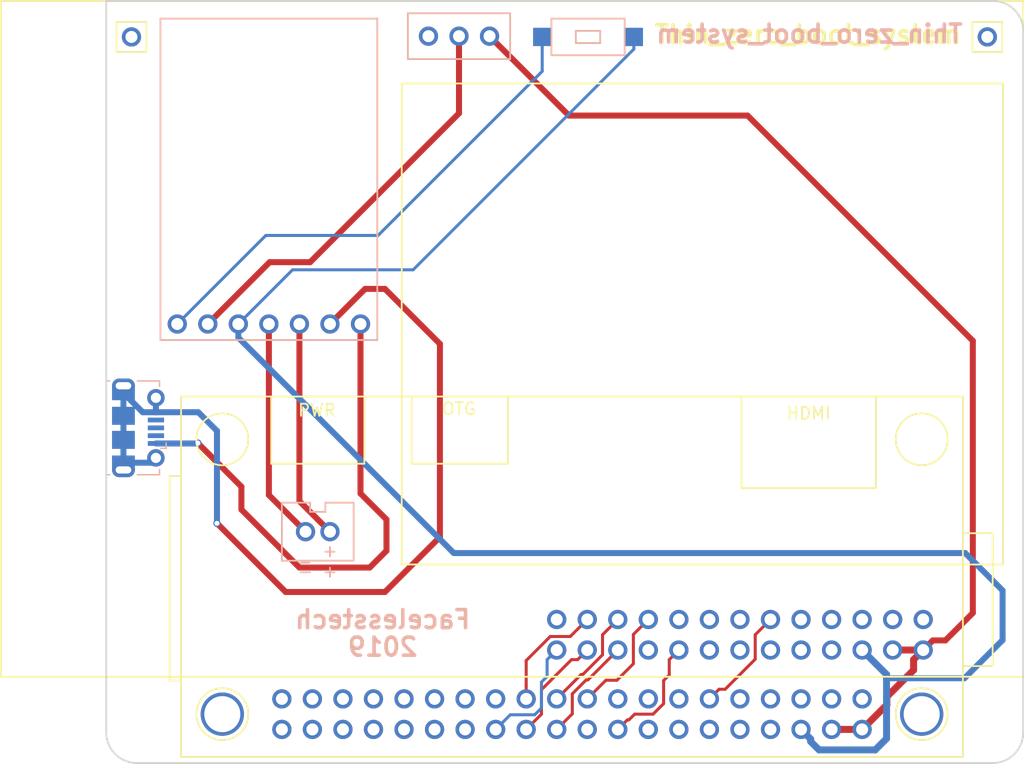
<source format=kicad_pcb>
(kicad_pcb (version 20171130) (host pcbnew 5.0.2+dfsg1-1~bpo9+1)

  (general
    (thickness 1.6)
    (drawings 11)
    (tracks 121)
    (zones 0)
    (modules 10)
    (nets 67)
  )

  (page A4)
  (layers
    (0 F.Cu signal)
    (31 B.Cu signal)
    (32 B.Adhes user)
    (33 F.Adhes user)
    (34 B.Paste user)
    (35 F.Paste user)
    (36 B.SilkS user)
    (37 F.SilkS user)
    (38 B.Mask user)
    (39 F.Mask user)
    (40 Dwgs.User user)
    (41 Cmts.User user)
    (42 Eco1.User user)
    (43 Eco2.User user)
    (44 Edge.Cuts user)
    (45 Margin user)
    (46 B.CrtYd user)
    (47 F.CrtYd user)
    (48 B.Fab user)
    (49 F.Fab user)
  )

  (setup
    (last_trace_width 0.25)
    (user_trace_width 0.5)
    (trace_clearance 0.2)
    (zone_clearance 0.508)
    (zone_45_only no)
    (trace_min 0.2)
    (segment_width 0.2)
    (edge_width 0.15)
    (via_size 0.6)
    (via_drill 0.4)
    (via_min_size 0.4)
    (via_min_drill 0.3)
    (uvia_size 0.3)
    (uvia_drill 0.1)
    (uvias_allowed no)
    (uvia_min_size 0.2)
    (uvia_min_drill 0.1)
    (pcb_text_width 0.3)
    (pcb_text_size 1.5 1.5)
    (mod_edge_width 0.15)
    (mod_text_size 1 1)
    (mod_text_width 0.15)
    (pad_size 1.524 1.524)
    (pad_drill 0.762)
    (pad_to_mask_clearance 0.2)
    (solder_mask_min_width 0.25)
    (aux_axis_origin 0 0)
    (visible_elements FFFFFF7F)
    (pcbplotparams
      (layerselection 0x010f0_ffffffff)
      (usegerberextensions false)
      (usegerberattributes false)
      (usegerberadvancedattributes false)
      (creategerberjobfile false)
      (excludeedgelayer true)
      (linewidth 0.100000)
      (plotframeref false)
      (viasonmask false)
      (mode 1)
      (useauxorigin false)
      (hpglpennumber 1)
      (hpglpenspeed 20)
      (hpglpendiameter 15.000000)
      (psnegative false)
      (psa4output false)
      (plotreference true)
      (plotvalue true)
      (plotinvisibletext false)
      (padsonsilk false)
      (subtractmaskfromsilk false)
      (outputformat 1)
      (mirror false)
      (drillshape 0)
      (scaleselection 1)
      (outputdirectory "gerbers/"))
  )

  (net 0 "")
  (net 1 "Net-(U1-Pad19)")
  (net 2 "Net-(U2-Pad20)")
  (net 3 "Net-(U2-Pad17)")
  (net 4 "Net-(U2-Pad15)")
  (net 5 "Net-(U2-Pad13)")
  (net 6 "Net-(U1-Pad11)")
  (net 7 "Net-(U2-Pad9)")
  (net 8 "Net-(U2-Pad7)")
  (net 9 "Net-(U2-Pad5)")
  (net 10 "Net-(U2-Pad3)")
  (net 11 "Net-(U2-Pad1)")
  (net 12 "Net-(U1-Pad18)")
  (net 13 "Net-(U2-Pad16)")
  (net 14 "Net-(U2-Pad14)")
  (net 15 "Net-(U2-Pad12)")
  (net 16 "Net-(U2-Pad10)")
  (net 17 "Net-(U2-Pad8)")
  (net 18 "Net-(U1-Pad21)")
  (net 19 "Net-(U1-Pad22)")
  (net 20 "Net-(U1-Pad23)")
  (net 21 "Net-(U1-Pad24)")
  (net 22 "Net-(U2-Pad25)")
  (net 23 "Net-(U1-Pad26)")
  (net 24 "Net-(U2-Pad27)")
  (net 25 "Net-(U2-Pad28)")
  (net 26 "Net-(U2-Pad29)")
  (net 27 "Net-(U2-Pad30)")
  (net 28 "Net-(U2-Pad31)")
  (net 29 "Net-(U2-Pad32)")
  (net 30 "Net-(U2-Pad33)")
  (net 31 "Net-(U2-Pad34)")
  (net 32 "Net-(U2-Pad35)")
  (net 33 "Net-(U2-Pad36)")
  (net 34 "Net-(U2-Pad37)")
  (net 35 "Net-(U2-Pad38)")
  (net 36 "Net-(U2-Pad39)")
  (net 37 "Net-(U2-Pad40)")
  (net 38 "Net-(U1-Pad20)")
  (net 39 "Net-(U1-Pad17)")
  (net 40 "Net-(U1-Pad15)")
  (net 41 "Net-(U1-Pad13)")
  (net 42 "Net-(U1-Pad9)")
  (net 43 "Net-(U1-Pad7)")
  (net 44 "Net-(U1-Pad5)")
  (net 45 "Net-(U1-Pad3)")
  (net 46 "Net-(U1-Pad1)")
  (net 47 "Net-(U1-Pad16)")
  (net 48 "Net-(U1-Pad14)")
  (net 49 "Net-(U1-Pad12)")
  (net 50 "Net-(U1-Pad10)")
  (net 51 "Net-(U1-Pad8)")
  (net 52 "Net-(U1-Pad25)")
  (net 53 "Net-(J1-Pad5)")
  (net 54 "Net-(J1-Pad2)")
  (net 55 "Net-(J1-Pad1)")
  (net 56 "Net-(J1-Pad4)")
  (net 57 "Net-(J1-Pad3)")
  (net 58 "Net-(SW1-Pad2)")
  (net 59 "Net-(U3-Pad3)")
  (net 60 "Net-(U3-Pad4)")
  (net 61 "Net-(SW1-Pad1)")
  (net 62 "Net-(SW2-Pad1)")
  (net 63 "Net-(SW2-Pad2)")
  (net 64 "Net-(SW2-Pad3)")
  (net 65 "Net-(U5-Pad1)")
  (net 66 "Net-(U6-Pad1)")

  (net_class Default "This is the default net class."
    (clearance 0.2)
    (trace_width 0.25)
    (via_dia 0.6)
    (via_drill 0.4)
    (uvia_dia 0.3)
    (uvia_drill 0.1)
    (add_net "Net-(J1-Pad1)")
    (add_net "Net-(J1-Pad2)")
    (add_net "Net-(J1-Pad3)")
    (add_net "Net-(J1-Pad4)")
    (add_net "Net-(J1-Pad5)")
    (add_net "Net-(SW1-Pad1)")
    (add_net "Net-(SW1-Pad2)")
    (add_net "Net-(SW2-Pad1)")
    (add_net "Net-(SW2-Pad2)")
    (add_net "Net-(SW2-Pad3)")
    (add_net "Net-(U1-Pad1)")
    (add_net "Net-(U1-Pad10)")
    (add_net "Net-(U1-Pad11)")
    (add_net "Net-(U1-Pad12)")
    (add_net "Net-(U1-Pad13)")
    (add_net "Net-(U1-Pad14)")
    (add_net "Net-(U1-Pad15)")
    (add_net "Net-(U1-Pad16)")
    (add_net "Net-(U1-Pad17)")
    (add_net "Net-(U1-Pad18)")
    (add_net "Net-(U1-Pad19)")
    (add_net "Net-(U1-Pad20)")
    (add_net "Net-(U1-Pad21)")
    (add_net "Net-(U1-Pad22)")
    (add_net "Net-(U1-Pad23)")
    (add_net "Net-(U1-Pad24)")
    (add_net "Net-(U1-Pad25)")
    (add_net "Net-(U1-Pad26)")
    (add_net "Net-(U1-Pad3)")
    (add_net "Net-(U1-Pad5)")
    (add_net "Net-(U1-Pad7)")
    (add_net "Net-(U1-Pad8)")
    (add_net "Net-(U1-Pad9)")
    (add_net "Net-(U2-Pad1)")
    (add_net "Net-(U2-Pad10)")
    (add_net "Net-(U2-Pad12)")
    (add_net "Net-(U2-Pad13)")
    (add_net "Net-(U2-Pad14)")
    (add_net "Net-(U2-Pad15)")
    (add_net "Net-(U2-Pad16)")
    (add_net "Net-(U2-Pad17)")
    (add_net "Net-(U2-Pad20)")
    (add_net "Net-(U2-Pad25)")
    (add_net "Net-(U2-Pad27)")
    (add_net "Net-(U2-Pad28)")
    (add_net "Net-(U2-Pad29)")
    (add_net "Net-(U2-Pad3)")
    (add_net "Net-(U2-Pad30)")
    (add_net "Net-(U2-Pad31)")
    (add_net "Net-(U2-Pad32)")
    (add_net "Net-(U2-Pad33)")
    (add_net "Net-(U2-Pad34)")
    (add_net "Net-(U2-Pad35)")
    (add_net "Net-(U2-Pad36)")
    (add_net "Net-(U2-Pad37)")
    (add_net "Net-(U2-Pad38)")
    (add_net "Net-(U2-Pad39)")
    (add_net "Net-(U2-Pad40)")
    (add_net "Net-(U2-Pad5)")
    (add_net "Net-(U2-Pad7)")
    (add_net "Net-(U2-Pad8)")
    (add_net "Net-(U2-Pad9)")
    (add_net "Net-(U3-Pad3)")
    (add_net "Net-(U3-Pad4)")
    (add_net "Net-(U5-Pad1)")
    (add_net "Net-(U6-Pad1)")
  )

  (net_class power_rail ""
    (clearance 0.2)
    (trace_width 0.5)
    (via_dia 0.6)
    (via_drill 0.4)
    (uvia_dia 0.3)
    (uvia_drill 0.1)
  )

  (module screens:3.5_screen_outline (layer F.Cu) (tedit 5C824D25) (tstamp 5C465AE6)
    (at 162.56 98.298)
    (path /5B30BC4F)
    (fp_text reference U1 (at 0 3.683) (layer F.SilkS) hide
      (effects (font (size 1 1) (thickness 0.15)))
    )
    (fp_text value RASPBERRY_PI_HEADER_26_pins (at 0 -3.7465) (layer F.Fab) hide
      (effects (font (size 1 1) (thickness 0.15)))
    )
    (fp_line (start 23.5585 3.4925) (end -61.468 3.4925) (layer F.SilkS) (width 0.15))
    (fp_line (start 23.5585 3.4925) (end 23.5585 -52.705) (layer F.SilkS) (width 0.15))
    (fp_line (start -61.468 3.4925) (end -61.468 -52.705) (layer F.SilkS) (width 0.15))
    (fp_line (start -61.468 -52.705) (end 23.5585 -52.705) (layer F.SilkS) (width 0.15))
    (pad 19 thru_hole circle (at -7.62 -1.27) (size 1.6 1.6) (drill 1) (layers *.Cu *.Mask)
      (net 1 "Net-(U1-Pad19)"))
    (pad 20 thru_hole circle (at -7.62 1.27) (size 1.6 1.6) (drill 1) (layers *.Cu *.Mask)
      (net 38 "Net-(U1-Pad20)"))
    (pad 17 thru_hole circle (at -5.08 -1.27) (size 1.6 1.6) (drill 1) (layers *.Cu *.Mask)
      (net 39 "Net-(U1-Pad17)"))
    (pad 15 thru_hole circle (at -2.54 -1.27) (size 1.6 1.6) (drill 1) (layers *.Cu *.Mask)
      (net 40 "Net-(U1-Pad15)"))
    (pad 13 thru_hole circle (at 0 -1.27) (size 1.6 1.6) (drill 1) (layers *.Cu *.Mask)
      (net 41 "Net-(U1-Pad13)"))
    (pad 11 thru_hole circle (at 2.54 -1.27) (size 1.6 1.6) (drill 1) (layers *.Cu *.Mask)
      (net 6 "Net-(U1-Pad11)"))
    (pad 9 thru_hole circle (at 5.08 -1.27) (size 1.6 1.6) (drill 1) (layers *.Cu *.Mask)
      (net 42 "Net-(U1-Pad9)"))
    (pad 7 thru_hole circle (at 7.62 -1.27) (size 1.6 1.6) (drill 1) (layers *.Cu *.Mask)
      (net 43 "Net-(U1-Pad7)"))
    (pad 5 thru_hole circle (at 10.16 -1.27) (size 1.6 1.6) (drill 1) (layers *.Cu *.Mask)
      (net 44 "Net-(U1-Pad5)"))
    (pad 3 thru_hole circle (at 12.7 -1.27) (size 1.6 1.6) (drill 1) (layers *.Cu *.Mask)
      (net 45 "Net-(U1-Pad3)"))
    (pad 1 thru_hole circle (at 15.24 -1.27) (size 1.6 1.6) (drill 1) (layers *.Cu *.Mask)
      (net 46 "Net-(U1-Pad1)"))
    (pad 18 thru_hole circle (at -5.08 1.27) (size 1.6 1.6) (drill 1) (layers *.Cu *.Mask)
      (net 12 "Net-(U1-Pad18)"))
    (pad 16 thru_hole circle (at -2.54 1.27) (size 1.6 1.6) (drill 1) (layers *.Cu *.Mask)
      (net 47 "Net-(U1-Pad16)"))
    (pad 14 thru_hole circle (at 0 1.27) (size 1.6 1.6) (drill 1) (layers *.Cu *.Mask)
      (net 48 "Net-(U1-Pad14)"))
    (pad 12 thru_hole circle (at 2.54 1.27) (size 1.6 1.6) (drill 1) (layers *.Cu *.Mask)
      (net 49 "Net-(U1-Pad12)"))
    (pad 10 thru_hole circle (at 5.08 1.27) (size 1.6 1.6) (drill 1) (layers *.Cu *.Mask)
      (net 50 "Net-(U1-Pad10)"))
    (pad 8 thru_hole circle (at 7.62 1.27) (size 1.6 1.6) (drill 1) (layers *.Cu *.Mask)
      (net 51 "Net-(U1-Pad8)"))
    (pad 6 thru_hole circle (at 10.16 1.27) (size 1.6 1.6) (drill 1) (layers *.Cu *.Mask)
      (net 58 "Net-(SW1-Pad2)"))
    (pad 4 thru_hole circle (at 12.7 1.27) (size 1.6 1.6) (drill 1) (layers *.Cu *.Mask)
      (net 62 "Net-(SW2-Pad1)"))
    (pad 2 thru_hole circle (at 15.24 1.27) (size 1.6 1.6) (drill 1) (layers *.Cu *.Mask)
      (net 62 "Net-(SW2-Pad1)"))
    (pad 21 thru_hole circle (at -10.16 -1.27) (size 1.6 1.6) (drill 1) (layers *.Cu *.Mask)
      (net 18 "Net-(U1-Pad21)"))
    (pad 22 thru_hole circle (at -10.16 1.27) (size 1.6 1.6) (drill 1) (layers *.Cu *.Mask)
      (net 19 "Net-(U1-Pad22)"))
    (pad 23 thru_hole circle (at -12.7 -1.27) (size 1.6 1.6) (drill 1) (layers *.Cu *.Mask)
      (net 20 "Net-(U1-Pad23)"))
    (pad 24 thru_hole circle (at -12.7 1.27) (size 1.6 1.6) (drill 1) (layers *.Cu *.Mask)
      (net 21 "Net-(U1-Pad24)"))
    (pad 25 thru_hole circle (at -15.24 -1.27) (size 1.6 1.6) (drill 1) (layers *.Cu *.Mask)
      (net 52 "Net-(U1-Pad25)"))
    (pad 26 thru_hole circle (at -15.24 1.27) (size 1.6 1.6) (drill 1) (layers *.Cu *.Mask)
      (net 23 "Net-(U1-Pad26)"))
  )

  (module Connector_USB:USB_Micro-B_Molex-105017-0001 (layer B.Cu) (tedit 5C824CFF) (tstamp 5C465BCE)
    (at 112.522 81.0895 90)
    (descr http://www.molex.com/pdm_docs/sd/1050170001_sd.pdf)
    (tags "Micro-USB SMD Typ-B")
    (path /5C26141A)
    (attr smd)
    (fp_text reference J1 (at 0 3.1125 90) (layer B.SilkS) hide
      (effects (font (size 1 1) (thickness 0.15)) (justify mirror))
    )
    (fp_text value USB_B_Micro (at 0.3 -4.3375 90) (layer B.Fab) hide
      (effects (font (size 1 1) (thickness 0.15)) (justify mirror))
    )
    (fp_text user "PCB Edge" (at 0 -2.6875 90) (layer Dwgs.User)
      (effects (font (size 0.5 0.5) (thickness 0.08)))
    )
    (fp_text user %R (at 0 -0.8875 90) (layer B.Fab)
      (effects (font (size 1 1) (thickness 0.15)) (justify mirror))
    )
    (fp_line (start -4.4 -3.64) (end 4.4 -3.64) (layer B.CrtYd) (width 0.05))
    (fp_line (start 4.4 2.46) (end 4.4 -3.64) (layer B.CrtYd) (width 0.05))
    (fp_line (start -4.4 2.46) (end 4.4 2.46) (layer B.CrtYd) (width 0.05))
    (fp_line (start -4.4 -3.64) (end -4.4 2.46) (layer B.CrtYd) (width 0.05))
    (fp_line (start -3.9 1.7625) (end -3.45 1.7625) (layer B.SilkS) (width 0.12))
    (fp_line (start -3.9 -0.0875) (end -3.9 1.7625) (layer B.SilkS) (width 0.12))
    (fp_line (start 3.9 -2.6375) (end 3.9 -2.3875) (layer B.SilkS) (width 0.12))
    (fp_line (start 3.75 -3.3875) (end 3.75 1.6125) (layer B.Fab) (width 0.1))
    (fp_line (start -3 -2.689204) (end 3 -2.689204) (layer B.Fab) (width 0.1))
    (fp_line (start -3.75 -3.389204) (end 3.75 -3.389204) (layer B.Fab) (width 0.1))
    (fp_line (start -3.75 1.6125) (end 3.75 1.6125) (layer B.Fab) (width 0.1))
    (fp_line (start -3.75 -3.3875) (end -3.75 1.6125) (layer B.Fab) (width 0.1))
    (fp_line (start -3.9 -2.6375) (end -3.9 -2.3875) (layer B.SilkS) (width 0.12))
    (fp_line (start 3.9 -0.0875) (end 3.9 1.7625) (layer B.SilkS) (width 0.12))
    (fp_line (start 3.9 1.7625) (end 3.45 1.7625) (layer B.SilkS) (width 0.12))
    (fp_line (start -1.7 2.3125) (end -1.25 2.3125) (layer B.SilkS) (width 0.12))
    (fp_line (start -1.7 2.3125) (end -1.7 1.8625) (layer B.SilkS) (width 0.12))
    (fp_line (start -1.3 1.7125) (end -1.5 1.9125) (layer B.Fab) (width 0.1))
    (fp_line (start -1.1 1.9125) (end -1.3 1.7125) (layer B.Fab) (width 0.1))
    (fp_line (start -1.5 2.1225) (end -1.1 2.1225) (layer B.Fab) (width 0.1))
    (fp_line (start -1.5 2.1225) (end -1.5 1.9125) (layer B.Fab) (width 0.1))
    (fp_line (start -1.1 2.1225) (end -1.1 1.9125) (layer B.Fab) (width 0.1))
    (pad 6 smd rect (at 1 -1.2375 90) (size 1.5 1.9) (layers B.Cu B.Paste B.Mask)
      (net 53 "Net-(J1-Pad5)"))
    (pad 6 thru_hole circle (at -2.5 1.4625 90) (size 1.45 1.45) (drill 0.85) (layers *.Cu *.Mask)
      (net 53 "Net-(J1-Pad5)"))
    (pad 2 smd rect (at -0.65 1.4625 90) (size 0.4 1.35) (layers B.Cu B.Paste B.Mask)
      (net 54 "Net-(J1-Pad2)"))
    (pad 1 smd rect (at -1.3 1.4625 90) (size 0.4 1.35) (layers B.Cu B.Paste B.Mask)
      (net 55 "Net-(J1-Pad1)"))
    (pad 5 smd rect (at 1.3 1.4625 90) (size 0.4 1.35) (layers B.Cu B.Paste B.Mask)
      (net 53 "Net-(J1-Pad5)"))
    (pad 4 smd rect (at 0.65 1.4625 90) (size 0.4 1.35) (layers B.Cu B.Paste B.Mask)
      (net 56 "Net-(J1-Pad4)"))
    (pad 3 smd rect (at 0 1.4625 90) (size 0.4 1.35) (layers B.Cu B.Paste B.Mask)
      (net 57 "Net-(J1-Pad3)"))
    (pad 6 thru_hole circle (at 2.5 1.4625 90) (size 1.45 1.45) (drill 0.85) (layers *.Cu *.Mask)
      (net 53 "Net-(J1-Pad5)"))
    (pad 6 smd rect (at -1 -1.2375 90) (size 1.5 1.9) (layers B.Cu B.Paste B.Mask)
      (net 53 "Net-(J1-Pad5)"))
    (pad 6 thru_hole oval (at -3.5 -1.2375 270) (size 1.2 1.9) (drill oval 0.6 1.3) (layers *.Cu *.Mask)
      (net 53 "Net-(J1-Pad5)"))
    (pad 6 thru_hole oval (at 3.5 -1.2375 90) (size 1.2 1.9) (drill oval 0.6 1.3) (layers *.Cu *.Mask)
      (net 53 "Net-(J1-Pad5)"))
    (pad 6 smd rect (at 2.9 -1.2375 90) (size 1.2 1.9) (layers B.Cu B.Mask)
      (net 53 "Net-(J1-Pad5)"))
    (pad 6 smd rect (at -2.9 -1.2375 90) (size 1.2 1.9) (layers B.Cu B.Mask)
      (net 53 "Net-(J1-Pad5)"))
    (model ${KISYS3DMOD}/Connector_USB.3dshapes/USB_Micro-B_Molex-105017-0001.wrl
      (at (xyz 0 0 0))
      (scale (xyz 1 1 1))
      (rotate (xyz 0 0 0))
    )
  )

  (module power_bank_boards:power_bank_green (layer B.Cu) (tedit 5C824CD7) (tstamp 5C48E6F9)
    (at 123.3805 72.4535 180)
    (path /5C25D9F9)
    (fp_text reference U3 (at 0 8.128 180) (layer B.SilkS) hide
      (effects (font (size 1 1) (thickness 0.15)) (justify mirror))
    )
    (fp_text value power_bank_green (at 0 6.35 180) (layer B.Fab)
      (effects (font (size 1 1) (thickness 0.15)) (justify mirror))
    )
    (fp_line (start 9.017 -1.3335) (end -9.017 -1.3335) (layer B.SilkS) (width 0.15))
    (fp_line (start -9.017 -1.3335) (end -9.017 25.4) (layer B.SilkS) (width 0.15))
    (fp_line (start -9.017 25.4) (end 8.9535 25.4) (layer B.SilkS) (width 0.15))
    (fp_line (start 8.9535 25.4) (end 9.017 25.4) (layer B.SilkS) (width 0.15))
    (fp_line (start 9.017 25.4) (end 9.017 -1.3335) (layer B.SilkS) (width 0.15))
    (pad 1 thru_hole circle (at -7.62 0 180) (size 1.6 1.6) (drill 1) (layers *.Cu *.Mask)
      (net 55 "Net-(J1-Pad1)"))
    (pad 2 thru_hole circle (at -5.08 0 180) (size 1.6 1.6) (drill 1) (layers *.Cu *.Mask)
      (net 53 "Net-(J1-Pad5)"))
    (pad 3 thru_hole circle (at -2.54 0 180) (size 1.6 1.6) (drill 1) (layers *.Cu *.Mask)
      (net 59 "Net-(U3-Pad3)"))
    (pad 4 thru_hole circle (at 0 0 180) (size 1.6 1.6) (drill 1) (layers *.Cu *.Mask)
      (net 60 "Net-(U3-Pad4)"))
    (pad 5 thru_hole circle (at 2.54 0 180) (size 1.6 1.6) (drill 1) (layers *.Cu *.Mask)
      (net 58 "Net-(SW1-Pad2)"))
    (pad 6 thru_hole circle (at 5.08 0 180) (size 1.6 1.6) (drill 1) (layers *.Cu *.Mask)
      (net 63 "Net-(SW2-Pad2)"))
    (pad 7 thru_hole circle (at 7.62 0 180) (size 1.6 1.6) (drill 1) (layers *.Cu *.Mask)
      (net 61 "Net-(SW1-Pad1)"))
  )

  (module battery_connector_custom:jst_2pin_custom (layer B.Cu) (tedit 5C824D07) (tstamp 5C48E70C)
    (at 127.4445 89.7255)
    (path /5C25F631)
    (fp_text reference U4 (at 0 -3.429) (layer B.SilkS) hide
      (effects (font (size 1 1) (thickness 0.15)) (justify mirror))
    )
    (fp_text value battery_custom (at -4.318 0 -90) (layer B.Fab) hide
      (effects (font (size 1 1) (thickness 0.15)) (justify mirror))
    )
    (fp_line (start -2.9845 0) (end -2.9845 2.413) (layer B.SilkS) (width 0.15))
    (fp_line (start -2.9845 2.413) (end 2.9845 2.413) (layer B.SilkS) (width 0.15))
    (fp_line (start 2.9845 2.413) (end 2.9845 -2.413) (layer B.SilkS) (width 0.15))
    (fp_line (start -2.9845 -2.413) (end -2.9845 0) (layer B.SilkS) (width 0.15))
    (fp_text user + (at 1.016 1.5875) (layer B.SilkS)
      (effects (font (size 1 1) (thickness 0.15)) (justify mirror))
    )
    (fp_line (start -0.635 -2.413) (end -0.635 -1.651) (layer B.SilkS) (width 0.15))
    (fp_line (start -0.635 -1.651) (end 0.635 -1.651) (layer B.SilkS) (width 0.15))
    (fp_line (start 0.635 -1.651) (end 0.635 -2.413) (layer B.SilkS) (width 0.15))
    (fp_line (start 2.9845 -2.413) (end 0.635 -2.413) (layer B.SilkS) (width 0.15))
    (fp_line (start -0.635 -2.413) (end -2.9845 -2.413) (layer B.SilkS) (width 0.15))
    (fp_text user _ (at -1.0795 2.032) (layer B.SilkS)
      (effects (font (size 1 1) (thickness 0.15)) (justify mirror))
    )
    (fp_text user - (at -1.016 3.302) (layer B.SilkS)
      (effects (font (size 1 1) (thickness 0.15)) (justify mirror))
    )
    (fp_text user + (at 1.016 3.302) (layer B.SilkS)
      (effects (font (size 1 1) (thickness 0.15)) (justify mirror))
    )
    (pad 1 thru_hole circle (at -1.016 0) (size 1.6 1.6) (drill 1) (layers *.Cu *.Mask)
      (net 60 "Net-(U3-Pad4)"))
    (pad 2 thru_hole circle (at 1.016 0) (size 1.6 1.6) (drill 1) (layers *.Cu *.Mask)
      (net 59 "Net-(U3-Pad3)"))
  )

  (module buttons_custom:3_pin_switch_custom (layer B.Cu) (tedit 5C824CE5) (tstamp 5C48EC54)
    (at 139.192 48.514 180)
    (path /5C268887)
    (fp_text reference SW2 (at 0 -3.683 180) (layer B.SilkS) hide
      (effects (font (size 1 1) (thickness 0.15)) (justify mirror))
    )
    (fp_text value SW_SPDT (at 0 3.4925 180) (layer B.Fab) hide
      (effects (font (size 1 1) (thickness 0.15)) (justify mirror))
    )
    (fp_line (start -4.2545 1.905) (end -4.2545 -1.905) (layer B.SilkS) (width 0.15))
    (fp_line (start -4.2545 -1.905) (end 4.2545 -1.905) (layer B.SilkS) (width 0.15))
    (fp_line (start 4.2545 -1.905) (end 4.2545 1.905) (layer B.SilkS) (width 0.15))
    (fp_line (start 4.2545 1.905) (end -4.2545 1.905) (layer B.SilkS) (width 0.15))
    (pad 1 thru_hole circle (at -2.54 0 180) (size 1.6 1.6) (drill 1) (layers *.Cu *.Mask)
      (net 62 "Net-(SW2-Pad1)"))
    (pad 2 thru_hole circle (at 0 0 180) (size 1.6 1.6) (drill 1) (layers *.Cu *.Mask)
      (net 63 "Net-(SW2-Pad2)"))
    (pad 3 thru_hole circle (at 2.54 0 180) (size 1.6 1.6) (drill 1) (layers *.Cu *.Mask)
      (net 64 "Net-(SW2-Pad3)"))
  )

  (module buttons_custom:SMD_2pin_button_custom (layer B.Cu) (tedit 5C824CE1) (tstamp 5C8245D4)
    (at 149.9235 48.5775 180)
    (path /5C26494A)
    (fp_text reference SW1 (at 0 -2.794 180) (layer B.SilkS) hide
      (effects (font (size 1 1) (thickness 0.15)) (justify mirror))
    )
    (fp_text value SW_Push (at 0 2.794 180) (layer B.Fab) hide
      (effects (font (size 1 1) (thickness 0.15)) (justify mirror))
    )
    (fp_line (start -3.048 1.524) (end 3.048 1.524) (layer B.SilkS) (width 0.15))
    (fp_line (start 3.048 1.524) (end 3.048 -1.524) (layer B.SilkS) (width 0.15))
    (fp_line (start 3.048 -1.524) (end -3.048 -1.524) (layer B.SilkS) (width 0.15))
    (fp_line (start -3.048 -1.524) (end -3.048 1.524) (layer B.SilkS) (width 0.15))
    (fp_line (start -1.016 0.508) (end 1.016 0.508) (layer B.SilkS) (width 0.15))
    (fp_line (start 1.016 0.508) (end 1.016 -0.508) (layer B.SilkS) (width 0.15))
    (fp_line (start 1.016 -0.508) (end -1.016 -0.508) (layer B.SilkS) (width 0.15))
    (fp_line (start -1.016 -0.508) (end -1.016 0.508) (layer B.SilkS) (width 0.15))
    (pad 1 smd rect (at 3.81 0 180) (size 1.524 1.524) (layers B.Cu B.Paste B.Mask)
      (net 61 "Net-(SW1-Pad1)"))
    (pad 2 smd rect (at -3.81 0 180) (size 1.524 1.524) (layers B.Cu B.Paste B.Mask)
      (net 58 "Net-(SW1-Pad2)"))
  )

  (module raspberry_pi_gpio_custom:raspberry_pi_gpio_TH_outline_w_2_holes (layer F.Cu) (tedit 5C824DF3) (tstamp 5C7B6147)
    (at 148.59 104.902)
    (path /5B30BBFA)
    (fp_text reference U2 (at -0.254 8.382) (layer F.SilkS) hide
      (effects (font (size 1 1) (thickness 0.15)))
    )
    (fp_text value Raspberry_Pi_2_3 (at 0 -10.922) (layer F.Fab) hide
      (effects (font (size 1 1) (thickness 0.15)))
    )
    (fp_line (start -25.146 3.556) (end 25.146 3.556) (layer F.SilkS) (width 0.15))
    (fp_line (start -32.512 3.556) (end -25.146 3.556) (layer F.SilkS) (width 0.15))
    (fp_line (start -32.512 3.556) (end -32.512 -26.416) (layer F.SilkS) (width 0.15))
    (fp_line (start 32.512 3.556) (end 25.146 3.556) (layer F.SilkS) (width 0.15))
    (fp_line (start 32.512 3.556) (end 32.512 -26.416) (layer F.SilkS) (width 0.15))
    (fp_line (start 32.512 -26.416) (end -32.512 -26.416) (layer F.SilkS) (width 0.15))
    (fp_line (start 14.097 -26.416) (end 14.097 -18.796) (layer F.SilkS) (width 0.15))
    (fp_line (start 14.097 -18.796) (end 25.273 -18.796) (layer F.SilkS) (width 0.15))
    (fp_line (start 25.273 -18.796) (end 25.273 -26.416) (layer F.SilkS) (width 0.15))
    (fp_text user HDMI (at 19.685 -25.019) (layer F.SilkS)
      (effects (font (size 1 1) (thickness 0.15)))
    )
    (fp_line (start -17.272 -26.416) (end -17.272 -20.828) (layer F.SilkS) (width 0.15))
    (fp_line (start -17.272 -20.828) (end -25.019 -20.828) (layer F.SilkS) (width 0.15))
    (fp_line (start -25.019 -20.828) (end -25.019 -26.416) (layer F.SilkS) (width 0.15))
    (fp_line (start -5.334 -26.416) (end -5.334 -20.828) (layer F.SilkS) (width 0.15))
    (fp_line (start -5.334 -20.828) (end -13.335 -20.828) (layer F.SilkS) (width 0.15))
    (fp_line (start -13.335 -20.828) (end -13.335 -26.416) (layer F.SilkS) (width 0.15))
    (fp_text user OTG (at -9.398 -25.4) (layer F.SilkS)
      (effects (font (size 1 1) (thickness 0.15)))
    )
    (fp_text user PWR (at -21.209 -25.273) (layer F.SilkS)
      (effects (font (size 1 1) (thickness 0.15)))
    )
    (fp_circle (center 29.083 -22.86) (end 31.242 -22.86) (layer F.SilkS) (width 0.15))
    (fp_circle (center 29.083 0) (end 31.242 0) (layer F.SilkS) (width 0.15))
    (fp_circle (center -29.083 0) (end -26.924 0) (layer F.SilkS) (width 0.15))
    (fp_circle (center -29.083 -22.86) (end -26.924 -22.86) (layer F.SilkS) (width 0.15))
    (fp_line (start 34.9885 -15.0495) (end 34.9885 -4.0005) (layer F.SilkS) (width 0.15))
    (fp_line (start 34.9885 -4.0005) (end 32.512 -4.0005) (layer F.SilkS) (width 0.15))
    (fp_line (start 34.9885 -15.0495) (end 32.512 -15.0495) (layer F.SilkS) (width 0.15))
    (fp_line (start -33.4645 -2.794) (end -33.4645 -19.812) (layer F.SilkS) (width 0.15))
    (fp_line (start -33.4645 -19.812) (end -32.512 -19.812) (layer F.SilkS) (width 0.15))
    (fp_line (start -33.4645 -2.794) (end -32.512 -2.794) (layer F.SilkS) (width 0.15))
    (pad 0 thru_hole circle (at 29.083 0) (size 3.6 3.6) (drill 3) (layers *.Cu *.Mask))
    (pad 0 thru_hole circle (at -29.083 0) (size 3.6 3.6) (drill 3) (layers *.Cu *.Mask))
    (pad 1 thru_hole circle (at 24.13 -1.27 180) (size 1.6 1.6) (drill 1) (layers *.Cu *.Mask)
      (net 11 "Net-(U2-Pad1)"))
    (pad 2 thru_hole circle (at 24.13 1.27 180) (size 1.6 1.6) (drill 1) (layers *.Cu *.Mask)
      (net 62 "Net-(SW2-Pad1)"))
    (pad 3 thru_hole circle (at 21.59 -1.27 180) (size 1.6 1.6) (drill 1) (layers *.Cu *.Mask)
      (net 10 "Net-(U2-Pad3)"))
    (pad 4 thru_hole circle (at 21.59 1.27 180) (size 1.6 1.6) (drill 1) (layers *.Cu *.Mask)
      (net 62 "Net-(SW2-Pad1)"))
    (pad 5 thru_hole circle (at 19.05 -1.27 180) (size 1.6 1.6) (drill 1) (layers *.Cu *.Mask)
      (net 9 "Net-(U2-Pad5)"))
    (pad 6 thru_hole circle (at 19.05 1.27 180) (size 1.6 1.6) (drill 1) (layers *.Cu *.Mask)
      (net 58 "Net-(SW1-Pad2)"))
    (pad 7 thru_hole circle (at 16.51 -1.27 180) (size 1.6 1.6) (drill 1) (layers *.Cu *.Mask)
      (net 8 "Net-(U2-Pad7)"))
    (pad 8 thru_hole circle (at 16.51 1.27 180) (size 1.6 1.6) (drill 1) (layers *.Cu *.Mask)
      (net 17 "Net-(U2-Pad8)"))
    (pad 9 thru_hole circle (at 13.97 -1.27 180) (size 1.6 1.6) (drill 1) (layers *.Cu *.Mask)
      (net 7 "Net-(U2-Pad9)"))
    (pad 10 thru_hole circle (at 13.97 1.27 180) (size 1.6 1.6) (drill 1) (layers *.Cu *.Mask)
      (net 16 "Net-(U2-Pad10)"))
    (pad 11 thru_hole circle (at 11.43 -1.27 180) (size 1.6 1.6) (drill 1) (layers *.Cu *.Mask)
      (net 6 "Net-(U1-Pad11)"))
    (pad 12 thru_hole circle (at 11.43 1.27 180) (size 1.6 1.6) (drill 1) (layers *.Cu *.Mask)
      (net 15 "Net-(U2-Pad12)"))
    (pad 13 thru_hole circle (at 8.89 -1.27 180) (size 1.6 1.6) (drill 1) (layers *.Cu *.Mask)
      (net 5 "Net-(U2-Pad13)"))
    (pad 14 thru_hole circle (at 8.89 1.27 180) (size 1.6 1.6) (drill 1) (layers *.Cu *.Mask)
      (net 14 "Net-(U2-Pad14)"))
    (pad 15 thru_hole circle (at 6.35 -1.27 180) (size 1.6 1.6) (drill 1) (layers *.Cu *.Mask)
      (net 4 "Net-(U2-Pad15)"))
    (pad 16 thru_hole circle (at 6.35 1.27 180) (size 1.6 1.6) (drill 1) (layers *.Cu *.Mask)
      (net 13 "Net-(U2-Pad16)"))
    (pad 17 thru_hole circle (at 3.81 -1.27 180) (size 1.6 1.6) (drill 1) (layers *.Cu *.Mask)
      (net 3 "Net-(U2-Pad17)"))
    (pad 18 thru_hole circle (at 3.81 1.27 180) (size 1.6 1.6) (drill 1) (layers *.Cu *.Mask)
      (net 12 "Net-(U1-Pad18)"))
    (pad 19 thru_hole circle (at 1.27 -1.27 180) (size 1.6 1.6) (drill 1) (layers *.Cu *.Mask)
      (net 1 "Net-(U1-Pad19)"))
    (pad 20 thru_hole circle (at 1.27 1.27 180) (size 1.6 1.6) (drill 1) (layers *.Cu *.Mask)
      (net 2 "Net-(U2-Pad20)"))
    (pad 21 thru_hole circle (at -1.27 -1.27 180) (size 1.6 1.6) (drill 1) (layers *.Cu *.Mask)
      (net 18 "Net-(U1-Pad21)"))
    (pad 22 thru_hole circle (at -1.27 1.27 180) (size 1.6 1.6) (drill 1) (layers *.Cu *.Mask)
      (net 19 "Net-(U1-Pad22)"))
    (pad 23 thru_hole circle (at -3.81 -1.27 180) (size 1.6 1.6) (drill 1) (layers *.Cu *.Mask)
      (net 20 "Net-(U1-Pad23)"))
    (pad 24 thru_hole circle (at -3.81 1.27 180) (size 1.6 1.6) (drill 1) (layers *.Cu *.Mask)
      (net 21 "Net-(U1-Pad24)"))
    (pad 25 thru_hole circle (at -6.35 -1.27 180) (size 1.6 1.6) (drill 1) (layers *.Cu *.Mask)
      (net 22 "Net-(U2-Pad25)"))
    (pad 26 thru_hole circle (at -6.35 1.27 180) (size 1.6 1.6) (drill 1) (layers *.Cu *.Mask)
      (net 23 "Net-(U1-Pad26)"))
    (pad 27 thru_hole circle (at -8.89 -1.27 180) (size 1.6 1.6) (drill 1) (layers *.Cu *.Mask)
      (net 24 "Net-(U2-Pad27)"))
    (pad 28 thru_hole circle (at -8.89 1.27 180) (size 1.6 1.6) (drill 1) (layers *.Cu *.Mask)
      (net 25 "Net-(U2-Pad28)"))
    (pad 29 thru_hole circle (at -11.43 -1.27 180) (size 1.6 1.6) (drill 1) (layers *.Cu *.Mask)
      (net 26 "Net-(U2-Pad29)"))
    (pad 30 thru_hole circle (at -11.43 1.27 180) (size 1.6 1.6) (drill 1) (layers *.Cu *.Mask)
      (net 27 "Net-(U2-Pad30)"))
    (pad 31 thru_hole circle (at -13.97 -1.27 180) (size 1.6 1.6) (drill 1) (layers *.Cu *.Mask)
      (net 28 "Net-(U2-Pad31)"))
    (pad 32 thru_hole circle (at -13.97 1.27 180) (size 1.6 1.6) (drill 1) (layers *.Cu *.Mask)
      (net 29 "Net-(U2-Pad32)"))
    (pad 33 thru_hole circle (at -16.51 -1.27 180) (size 1.6 1.6) (drill 1) (layers *.Cu *.Mask)
      (net 30 "Net-(U2-Pad33)"))
    (pad 34 thru_hole circle (at -16.51 1.27 180) (size 1.6 1.6) (drill 1) (layers *.Cu *.Mask)
      (net 31 "Net-(U2-Pad34)"))
    (pad 35 thru_hole circle (at -19.05 -1.27 180) (size 1.6 1.6) (drill 1) (layers *.Cu *.Mask)
      (net 32 "Net-(U2-Pad35)"))
    (pad 36 thru_hole circle (at -19.05 1.27 180) (size 1.6 1.6) (drill 1) (layers *.Cu *.Mask)
      (net 33 "Net-(U2-Pad36)"))
    (pad 37 thru_hole circle (at -21.59 -1.27 180) (size 1.6 1.6) (drill 1) (layers *.Cu *.Mask)
      (net 34 "Net-(U2-Pad37)"))
    (pad 38 thru_hole circle (at -21.59 1.27 180) (size 1.6 1.6) (drill 1) (layers *.Cu *.Mask)
      (net 35 "Net-(U2-Pad38)"))
    (pad 39 thru_hole circle (at -24.13 -1.27 180) (size 1.6 1.6) (drill 1) (layers *.Cu *.Mask)
      (net 36 "Net-(U2-Pad39)"))
    (pad 40 thru_hole circle (at -24.13 1.27 180) (size 1.6 1.6) (drill 1) (layers *.Cu *.Mask)
      (net 37 "Net-(U2-Pad40)"))
  )

  (module battery_connector_custom:1500mha_battery_custom (layer F.Cu) (tedit 5C824CF0) (tstamp 5C8DFE9F)
    (at 134.4295 92.456)
    (path /5C63173A)
    (fp_text reference BT1 (at 25.273 -28.067) (layer F.SilkS) hide
      (effects (font (size 1 1) (thickness 0.15)))
    )
    (fp_text value Battery_Cell (at 25.3365 -29.7815) (layer F.Fab)
      (effects (font (size 1 1) (thickness 0.15)))
    )
    (fp_line (start 50.0126 0) (end 50.0126 -40.005) (layer F.SilkS) (width 0.15))
    (fp_line (start 50.0126 -40.005) (end 0 -40.005) (layer F.SilkS) (width 0.15))
    (fp_line (start 50.0126 0) (end 0 0) (layer F.SilkS) (width 0.15))
    (fp_line (start 0 -40.005) (end 0 0) (layer F.SilkS) (width 0.15))
  )

  (module m3_hole_custom:male_header_single (layer F.Cu) (tedit 5C824CD2) (tstamp 5C82433D)
    (at 111.9505 48.5775)
    (path /5C827F87)
    (fp_text reference U5 (at 0 2.7305) (layer F.SilkS) hide
      (effects (font (size 1 1) (thickness 0.15)))
    )
    (fp_text value m3_standsoffs (at 0 -2.8575) (layer F.Fab) hide
      (effects (font (size 1 1) (thickness 0.15)))
    )
    (fp_line (start -1.2446 -1.2446) (end 1.2446 -1.2446) (layer F.SilkS) (width 0.15))
    (fp_line (start 1.2446 -1.2446) (end 1.2446 1.2446) (layer F.SilkS) (width 0.15))
    (fp_line (start 1.2446 1.2446) (end -1.2446 1.2446) (layer F.SilkS) (width 0.15))
    (fp_line (start -1.2446 1.2446) (end -1.2446 -1.2446) (layer F.SilkS) (width 0.15))
    (pad 1 thru_hole circle (at 0 0) (size 1.6 1.6) (drill 1) (layers *.Cu *.Mask)
      (net 65 "Net-(U5-Pad1)"))
  )

  (module m3_hole_custom:male_header_single (layer F.Cu) (tedit 5C824CC8) (tstamp 5C824387)
    (at 183.134 48.5775)
    (path /5C827FDF)
    (fp_text reference U6 (at 0 2.7305) (layer F.SilkS) hide
      (effects (font (size 1 1) (thickness 0.15)))
    )
    (fp_text value m3_standsoffs (at 0 -2.8575) (layer F.Fab) hide
      (effects (font (size 1 1) (thickness 0.15)))
    )
    (fp_line (start -1.2446 1.2446) (end -1.2446 -1.2446) (layer F.SilkS) (width 0.15))
    (fp_line (start 1.2446 1.2446) (end -1.2446 1.2446) (layer F.SilkS) (width 0.15))
    (fp_line (start 1.2446 -1.2446) (end 1.2446 1.2446) (layer F.SilkS) (width 0.15))
    (fp_line (start -1.2446 -1.2446) (end 1.2446 -1.2446) (layer F.SilkS) (width 0.15))
    (pad 1 thru_hole circle (at 0 0) (size 1.6 1.6) (drill 1) (layers *.Cu *.Mask)
      (net 66 "Net-(U6-Pad1)"))
  )

  (gr_text Thin_zero_boot_system (at 168.2115 48.387) (layer F.SilkS) (tstamp 5C824EB6)
    (effects (font (size 1.5 1.5) (thickness 0.3)))
  )
  (gr_text Thin_zero_boot_system (at 168.3385 48.3235) (layer B.SilkS)
    (effects (font (size 1.5 1.5) (thickness 0.3)) (justify mirror))
  )
  (gr_line (start 183.3245 45.593) (end 109.855 45.593) (layer Edge.Cuts) (width 0.15))
  (gr_line (start 186.1185 47.879) (end 186.1185 106.426) (layer Edge.Cuts) (width 0.15))
  (gr_line (start 109.855 106.426) (end 109.855 45.593) (layer Edge.Cuts) (width 0.15))
  (gr_line (start 112.395 108.966) (end 183.5785 108.966) (layer Edge.Cuts) (width 0.15))
  (gr_arc (start 183.5785 106.426) (end 183.5785 108.966) (angle -90) (layer Edge.Cuts) (width 0.15))
  (gr_arc (start 112.395 106.426) (end 109.855 106.426) (angle -90) (layer Edge.Cuts) (width 0.15))
  (gr_arc (start 183.5785 48.133) (end 183.3245 45.593) (angle 90) (layer Edge.Cuts) (width 0.15))
  (gr_text 2019 (at 132.842 99.314) (layer B.SilkS)
    (effects (font (size 1.5 1.5) (thickness 0.3)) (justify mirror))
  )
  (gr_text Facelesstech (at 132.842 97.028) (layer B.SilkS)
    (effects (font (size 1.5 1.5) (thickness 0.3)) (justify mirror))
  )

  (segment (start 154.94 97.028) (end 153.6954 98.2726) (width 0.25) (layer F.Cu) (net 1))
  (segment (start 153.6954 98.2726) (end 153.6954 100.711) (width 0.25) (layer F.Cu) (net 1))
  (segment (start 153.6954 100.711) (end 152.3238 102.0826) (width 0.25) (layer F.Cu) (net 1))
  (segment (start 151.4094 102.0826) (end 149.86 103.632) (width 0.25) (layer F.Cu) (net 1))
  (segment (start 152.3238 102.0826) (end 151.4094 102.0826) (width 0.25) (layer F.Cu) (net 1))
  (segment (start 160.819999 102.832001) (end 160.02 103.632) (width 0.25) (layer F.Cu) (net 6))
  (segment (start 163.83 100.33) (end 161.327999 102.832001) (width 0.25) (layer F.Cu) (net 6))
  (segment (start 163.83 98.298) (end 163.83 100.33) (width 0.25) (layer F.Cu) (net 6))
  (segment (start 161.327999 102.832001) (end 160.819999 102.832001) (width 0.25) (layer F.Cu) (net 6))
  (segment (start 165.1 97.028) (end 163.83 98.298) (width 0.25) (layer F.Cu) (net 6))
  (segment (start 156.680001 100.367999) (end 156.680001 101.637999) (width 0.25) (layer F.Cu) (net 12))
  (segment (start 157.48 99.568) (end 156.680001 100.367999) (width 0.25) (layer F.Cu) (net 12))
  (segment (start 156.680001 101.637999) (end 156.21 102.108) (width 0.25) (layer F.Cu) (net 12))
  (segment (start 156.21 104.027002) (end 155.335002 104.902) (width 0.25) (layer F.Cu) (net 12))
  (segment (start 156.21 102.108) (end 156.21 104.027002) (width 0.25) (layer F.Cu) (net 12))
  (segment (start 153.199999 105.372001) (end 152.4 106.172) (width 0.25) (layer F.Cu) (net 12))
  (segment (start 153.328409 105.372001) (end 153.199999 105.372001) (width 0.25) (layer F.Cu) (net 12))
  (segment (start 153.79841 104.902) (end 153.328409 105.372001) (width 0.25) (layer F.Cu) (net 12))
  (segment (start 155.335002 104.902) (end 153.79841 104.902) (width 0.25) (layer F.Cu) (net 12))
  (segment (start 152.4 97.028) (end 151.13 98.298) (width 0.25) (layer F.Cu) (net 18))
  (segment (start 151.13 99.963002) (end 149.493002 101.6) (width 0.25) (layer F.Cu) (net 18))
  (segment (start 151.13 98.298) (end 151.13 99.963002) (width 0.25) (layer F.Cu) (net 18))
  (segment (start 149.352 101.6) (end 147.32 103.632) (width 0.25) (layer F.Cu) (net 18))
  (segment (start 149.493002 101.6) (end 149.352 101.6) (width 0.25) (layer F.Cu) (net 18))
  (segment (start 149.776988 102.05001) (end 148.6154 103.211598) (width 0.25) (layer F.Cu) (net 19))
  (segment (start 152.4 99.568) (end 149.91799 102.05001) (width 0.25) (layer F.Cu) (net 19))
  (segment (start 149.91799 102.05001) (end 149.776988 102.05001) (width 0.25) (layer F.Cu) (net 19))
  (segment (start 148.6154 104.8766) (end 147.32 106.172) (width 0.25) (layer F.Cu) (net 19))
  (segment (start 148.6154 103.211598) (end 148.6154 104.8766) (width 0.25) (layer F.Cu) (net 19))
  (segment (start 144.78 102.50063) (end 144.78 103.632) (width 0.25) (layer F.Cu) (net 20))
  (segment (start 144.78 100.442998) (end 144.78 102.50063) (width 0.25) (layer F.Cu) (net 20))
  (segment (start 146.779999 98.442999) (end 144.78 100.442998) (width 0.25) (layer F.Cu) (net 20))
  (segment (start 148.445001 98.442999) (end 146.779999 98.442999) (width 0.25) (layer F.Cu) (net 20))
  (segment (start 149.86 97.028) (end 148.445001 98.442999) (width 0.25) (layer F.Cu) (net 20))
  (segment (start 146.05 104.902) (end 144.78 106.172) (width 0.25) (layer F.Cu) (net 21))
  (segment (start 148.552001 100.367999) (end 146.05 102.87) (width 0.25) (layer F.Cu) (net 21))
  (segment (start 149.86 99.568) (end 149.060001 100.367999) (width 0.25) (layer F.Cu) (net 21))
  (segment (start 146.05 102.87) (end 146.05 104.902) (width 0.25) (layer F.Cu) (net 21))
  (segment (start 149.060001 100.367999) (end 148.552001 100.367999) (width 0.25) (layer F.Cu) (net 21))
  (segment (start 146.520001 100.367999) (end 146.520001 101.764999) (width 0.25) (layer B.Cu) (net 23))
  (segment (start 147.32 99.568) (end 146.520001 100.367999) (width 0.25) (layer B.Cu) (net 23))
  (segment (start 146.520001 101.764999) (end 146.05 102.235) (width 0.25) (layer B.Cu) (net 23))
  (segment (start 146.05 102.235) (end 146.05 104.394) (width 0.25) (layer B.Cu) (net 23))
  (segment (start 146.05 104.394) (end 145.4912 104.9528) (width 0.25) (layer B.Cu) (net 23))
  (segment (start 143.4592 104.9528) (end 142.24 106.172) (width 0.25) (layer B.Cu) (net 23))
  (segment (start 145.4912 104.9528) (end 143.4592 104.9528) (width 0.25) (layer B.Cu) (net 23))
  (segment (start 128.4605 72.4535) (end 131.3815 69.5325) (width 0.5) (layer F.Cu) (net 53))
  (segment (start 131.3815 69.5325) (end 133.0325 69.5325) (width 0.5) (layer F.Cu) (net 53))
  (segment (start 133.0325 69.5325) (end 137.6045 74.1045) (width 0.5) (layer F.Cu) (net 53))
  (segment (start 137.6045 74.1045) (end 137.6045 90.17) (width 0.5) (layer F.Cu) (net 53))
  (segment (start 137.6045 90.17) (end 133.0325 94.742) (width 0.5) (layer F.Cu) (net 53))
  (via (at 119.0625 89.027) (size 0.6) (drill 0.4) (layers F.Cu B.Cu) (net 53))
  (segment (start 124.7775 94.742) (end 119.0625 89.027) (width 0.5) (layer F.Cu) (net 53))
  (segment (start 133.0325 94.742) (end 124.7775 94.742) (width 0.5) (layer F.Cu) (net 53))
  (segment (start 119.0625 89.027) (end 119.0625 81.3435) (width 0.5) (layer B.Cu) (net 53))
  (segment (start 117.5085 79.7895) (end 113.9845 79.7895) (width 0.5) (layer B.Cu) (net 53))
  (segment (start 119.0625 81.3435) (end 117.5085 79.7895) (width 0.5) (layer B.Cu) (net 53))
  (segment (start 113.9845 79.7895) (end 113.9845 78.5895) (width 0.5) (layer B.Cu) (net 53))
  (segment (start 112.8845 79.7895) (end 111.2845 78.1895) (width 0.5) (layer B.Cu) (net 53))
  (segment (start 113.9845 79.7895) (end 112.8845 79.7895) (width 0.5) (layer B.Cu) (net 53))
  (segment (start 111.2845 78.1895) (end 111.2845 80.0895) (width 0.5) (layer B.Cu) (net 53))
  (segment (start 111.2845 80.0895) (end 111.2845 82.0895) (width 0.5) (layer B.Cu) (net 53))
  (segment (start 111.2845 82.0895) (end 111.2845 83.9895) (width 0.5) (layer B.Cu) (net 53))
  (segment (start 113.5845 83.9895) (end 113.9845 83.5895) (width 0.5) (layer B.Cu) (net 53))
  (segment (start 111.2845 83.9895) (end 113.5845 83.9895) (width 0.5) (layer B.Cu) (net 53))
  (segment (start 131.0005 72.4535) (end 131.0005 86.5505) (width 0.5) (layer F.Cu) (net 55))
  (segment (start 131.0005 86.5505) (end 133.1595 88.7095) (width 0.5) (layer F.Cu) (net 55))
  (segment (start 133.1595 88.7095) (end 133.1595 91.313) (width 0.5) (layer F.Cu) (net 55))
  (segment (start 133.1595 91.313) (end 131.7625 92.71) (width 0.5) (layer F.Cu) (net 55))
  (segment (start 131.7625 92.71) (end 125.9205 92.71) (width 0.5) (layer F.Cu) (net 55))
  (segment (start 125.9205 92.71) (end 121.0945 87.884) (width 0.5) (layer F.Cu) (net 55))
  (via (at 117.475 82.3595) (size 0.6) (drill 0.4) (layers F.Cu B.Cu) (net 55))
  (segment (start 121.0945 85.979) (end 117.475 82.3595) (width 0.5) (layer F.Cu) (net 55))
  (segment (start 121.0945 87.884) (end 121.0945 85.979) (width 0.5) (layer F.Cu) (net 55))
  (segment (start 117.445 82.3895) (end 113.9845 82.3895) (width 0.5) (layer B.Cu) (net 55))
  (segment (start 117.475 82.3595) (end 117.445 82.3895) (width 0.5) (layer B.Cu) (net 55))
  (segment (start 168.439999 106.971999) (end 168.439999 107.175199) (width 0.58) (layer B.Cu) (net 58))
  (segment (start 167.64 106.172) (end 168.439999 106.971999) (width 0.58) (layer B.Cu) (net 58))
  (segment (start 168.439999 107.175199) (end 169.1386 107.8738) (width 0.58) (layer B.Cu) (net 58))
  (segment (start 169.1386 107.8738) (end 173.8122 107.8738) (width 0.58) (layer B.Cu) (net 58))
  (segment (start 173.8122 107.8738) (end 174.752 106.934) (width 0.58) (layer B.Cu) (net 58))
  (segment (start 174.752 101.6) (end 172.72 99.568) (width 0.58) (layer B.Cu) (net 58))
  (segment (start 153.7335 49.5895) (end 135.378 67.945) (width 0.25) (layer B.Cu) (net 58))
  (segment (start 153.7335 48.5775) (end 153.7335 49.5895) (width 0.25) (layer B.Cu) (net 58))
  (segment (start 125.349 67.945) (end 120.8405 72.4535) (width 0.25) (layer B.Cu) (net 58))
  (segment (start 135.378 67.945) (end 125.349 67.945) (width 0.25) (layer B.Cu) (net 58))
  (segment (start 120.8405 73.58487) (end 138.75913 91.5035) (width 0.5) (layer B.Cu) (net 58))
  (segment (start 120.8405 72.4535) (end 120.8405 73.58487) (width 0.5) (layer B.Cu) (net 58))
  (segment (start 138.75913 91.5035) (end 181.2925 91.5035) (width 0.5) (layer B.Cu) (net 58))
  (segment (start 181.2925 91.5035) (end 184.404 94.615) (width 0.5) (layer B.Cu) (net 58))
  (segment (start 184.404 94.615) (end 184.404 98.7425) (width 0.5) (layer B.Cu) (net 58))
  (segment (start 181.229 101.9175) (end 174.752 101.9175) (width 0.5) (layer B.Cu) (net 58))
  (segment (start 184.404 98.7425) (end 181.229 101.9175) (width 0.5) (layer B.Cu) (net 58))
  (segment (start 174.752 101.9175) (end 174.752 101.6) (width 0.58) (layer B.Cu) (net 58))
  (segment (start 174.752 106.934) (end 174.752 101.9175) (width 0.58) (layer B.Cu) (net 58))
  (segment (start 125.9205 87.1855) (end 128.4605 89.7255) (width 0.5) (layer F.Cu) (net 59))
  (segment (start 125.9205 72.4535) (end 125.9205 87.1855) (width 0.5) (layer F.Cu) (net 59))
  (segment (start 123.3805 86.6775) (end 126.4285 89.7255) (width 0.5) (layer F.Cu) (net 60))
  (segment (start 123.3805 72.4535) (end 123.3805 86.6775) (width 0.5) (layer F.Cu) (net 60))
  (segment (start 123.1265 65.0875) (end 132.461 65.0875) (width 0.25) (layer B.Cu) (net 61))
  (segment (start 115.7605 72.4535) (end 123.1265 65.0875) (width 0.25) (layer B.Cu) (net 61))
  (segment (start 146.1135 51.435) (end 146.1135 48.5775) (width 0.25) (layer B.Cu) (net 61))
  (segment (start 132.461 65.0875) (end 146.1135 51.435) (width 0.25) (layer B.Cu) (net 61))
  (segment (start 177.000001 100.367999) (end 177.000001 101.231599) (width 0.58) (layer F.Cu) (net 62))
  (segment (start 177.8 99.568) (end 177.000001 100.367999) (width 0.58) (layer F.Cu) (net 62))
  (segment (start 177.000001 101.231599) (end 174.7774 103.4542) (width 0.58) (layer F.Cu) (net 62))
  (segment (start 174.7774 104.1146) (end 172.72 106.172) (width 0.58) (layer F.Cu) (net 62))
  (segment (start 174.7774 103.4542) (end 174.7774 104.1146) (width 0.58) (layer F.Cu) (net 62))
  (segment (start 170.18 106.172) (end 172.72 106.172) (width 0.58) (layer F.Cu) (net 62))
  (segment (start 175.26 99.568) (end 177.8 99.568) (width 0.58) (layer F.Cu) (net 62))
  (segment (start 179.647108 98.768001) (end 181.9275 96.487609) (width 0.5) (layer F.Cu) (net 62))
  (segment (start 178.599999 98.768001) (end 179.647108 98.768001) (width 0.5) (layer F.Cu) (net 62))
  (segment (start 177.8 99.568) (end 178.599999 98.768001) (width 0.5) (layer F.Cu) (net 62))
  (segment (start 181.9275 96.487609) (end 181.9275 73.8505) (width 0.5) (layer F.Cu) (net 62))
  (segment (start 181.9275 73.8505) (end 163.195 55.118) (width 0.5) (layer F.Cu) (net 62))
  (segment (start 148.336 55.118) (end 141.732 48.514) (width 0.5) (layer F.Cu) (net 62))
  (segment (start 163.195 55.118) (end 148.336 55.118) (width 0.5) (layer F.Cu) (net 62))
  (segment (start 123.444 67.31) (end 126.8095 67.31) (width 0.5) (layer F.Cu) (net 63))
  (segment (start 118.3005 72.4535) (end 123.444 67.31) (width 0.5) (layer F.Cu) (net 63))
  (segment (start 139.192 54.9275) (end 139.192 48.514) (width 0.5) (layer F.Cu) (net 63))
  (segment (start 126.8095 67.31) (end 139.192 54.9275) (width 0.5) (layer F.Cu) (net 63))

)

</source>
